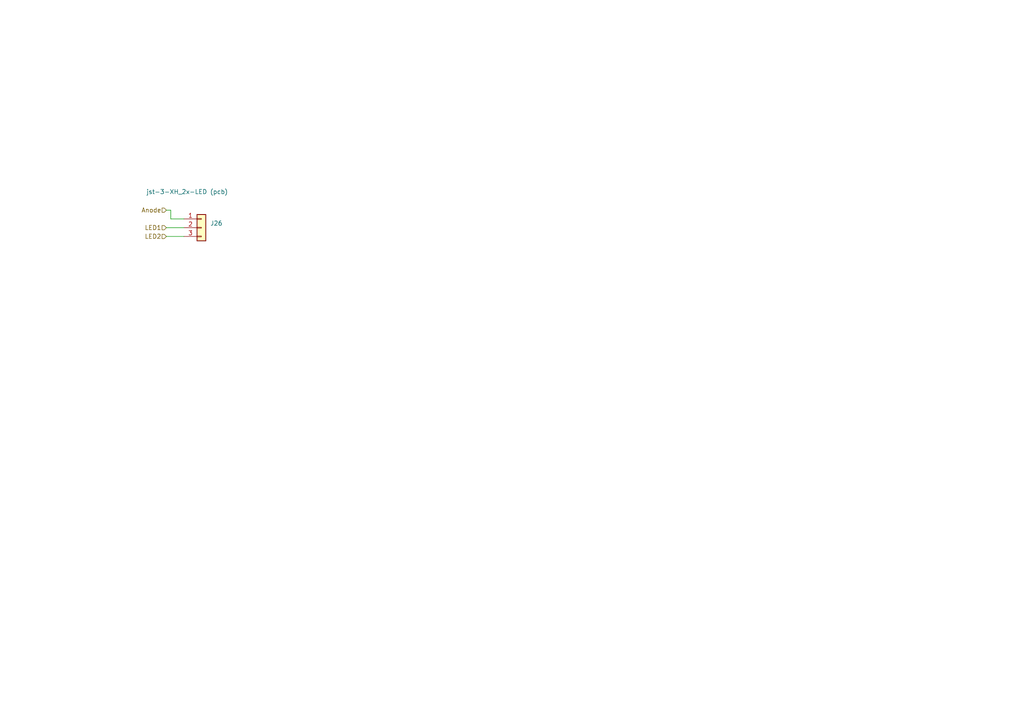
<source format=kicad_sch>
(kicad_sch (version 20231120) (generator "eeschema") (generator_version "8.0")
  (paper "A4")
  (lib_symbols
    (symbol "Connector_Generic:Conn_01x03" (pin_names (offset 1.016) hide)
      (property "Reference" "J" (at 0 5.08 0))
      (property "Value" "Conn_01x03" (at 0 -5.08 0))
      (symbol "Conn_01x03_1_1"
        (rectangle (start -1.27 -2.413) (end 0 -2.667) (stroke (width 0.1524)))
        (rectangle (start -1.27 0.127) (end 0 -0.127) (stroke (width 0.1524)))
        (rectangle (start -1.27 2.667) (end 0 2.413) (stroke (width 0.1524)))
        (rectangle (start -1.27 3.81) (end 1.27 -3.81) (stroke (width 0.254)) (fill (type background)))
        (pin passive line (at -5.08 2.54 0) (length 3.81) (name "Pin_1") (number "1"))
        (pin passive line (at -5.08 0 0) (length 3.81) (name "Pin_2") (number "2"))
        (pin passive line (at -5.08 -2.54 0) (length 3.81) (name "Pin_3") (number "3"))
      )
    )
  )
  (wire (pts (xy 48.26 60.96) (xy 49.53 60.96)))
  (wire (pts (xy 49.53 60.96) (xy 49.53 63.5)))
  (wire (pts (xy 49.53 63.5) (xy 53.34 63.5)))
  (wire (pts (xy 48.26 68.58) (xy 53.34 68.58)))
  (wire (pts (xy 48.26 66.04) (xy 53.34 66.04)))
  (hierarchical_label "LED1" (shape input) (at 48.26 66.04 180))
  (hierarchical_label "LED2" (shape input) (at 48.26 68.58 180))
  (hierarchical_label "Anode" (shape input) (at 48.26 60.96 180))
  (symbol (lib_id "Connector_Generic:Conn_01x03") (at 58.42 66.04 0) (unit 1)
    (property "Reference" "J26" (at 60.96 64.7699 0) (effects (justify left)))
    (property "Value" "jst-3-XH_2x-LED (pcb)" (at 42.418 55.626 0) (effects (justify left)))
    (property "Footprint" "Connector_JST:JST_XH_B3B-XH-A_1x03_P2.50mm_Vertical" (effects (hide yes)))
    (property "Datasheet" "https://www.ebay.de/itm/183466543983" (effects (hide yes)))
    (property "Description" "Generic connector, single row, 01x03, script generated (kicad-library-utils/schlib/autogen/connector/)" (effects (hide yes)))
    (instances (project "" (path "" (reference "J26") (unit 1)) (path "" (reference "J24") (unit 1))))
  )
)
</source>
